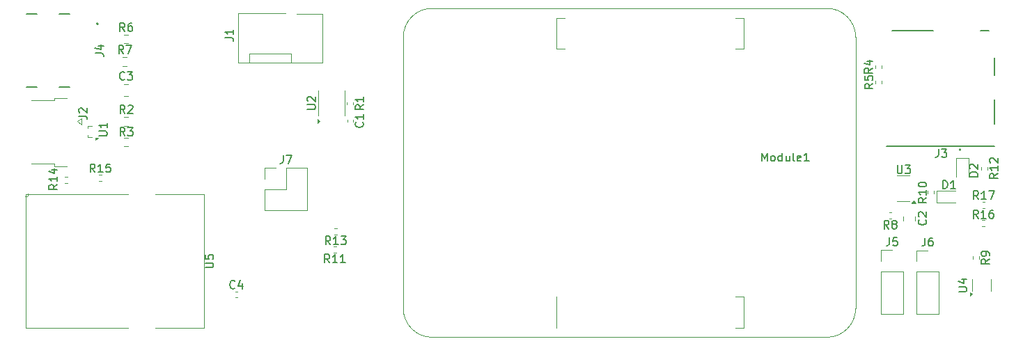
<source format=gbr>
%TF.GenerationSoftware,KiCad,Pcbnew,8.0.4*%
%TF.CreationDate,2024-11-24T01:25:27+11:00*%
%TF.ProjectId,cm4-bare-minimum,636d342d-6261-4726-952d-6d696e696d75,V0.1*%
%TF.SameCoordinates,Original*%
%TF.FileFunction,Legend,Top*%
%TF.FilePolarity,Positive*%
%FSLAX46Y46*%
G04 Gerber Fmt 4.6, Leading zero omitted, Abs format (unit mm)*
G04 Created by KiCad (PCBNEW 8.0.4) date 2024-11-24 01:25:27*
%MOMM*%
%LPD*%
G01*
G04 APERTURE LIST*
%ADD10C,0.150000*%
%ADD11C,0.120000*%
%ADD12C,0.200000*%
%ADD13C,0.127000*%
G04 APERTURE END LIST*
D10*
X77132142Y-80899819D02*
X76798809Y-80423628D01*
X76560714Y-80899819D02*
X76560714Y-79899819D01*
X76560714Y-79899819D02*
X76941666Y-79899819D01*
X76941666Y-79899819D02*
X77036904Y-79947438D01*
X77036904Y-79947438D02*
X77084523Y-79995057D01*
X77084523Y-79995057D02*
X77132142Y-80090295D01*
X77132142Y-80090295D02*
X77132142Y-80233152D01*
X77132142Y-80233152D02*
X77084523Y-80328390D01*
X77084523Y-80328390D02*
X77036904Y-80376009D01*
X77036904Y-80376009D02*
X76941666Y-80423628D01*
X76941666Y-80423628D02*
X76560714Y-80423628D01*
X78084523Y-80899819D02*
X77513095Y-80899819D01*
X77798809Y-80899819D02*
X77798809Y-79899819D01*
X77798809Y-79899819D02*
X77703571Y-80042676D01*
X77703571Y-80042676D02*
X77608333Y-80137914D01*
X77608333Y-80137914D02*
X77513095Y-80185533D01*
X79036904Y-80899819D02*
X78465476Y-80899819D01*
X78751190Y-80899819D02*
X78751190Y-79899819D01*
X78751190Y-79899819D02*
X78655952Y-80042676D01*
X78655952Y-80042676D02*
X78560714Y-80137914D01*
X78560714Y-80137914D02*
X78465476Y-80185533D01*
X81169580Y-63816666D02*
X81217200Y-63864285D01*
X81217200Y-63864285D02*
X81264819Y-64007142D01*
X81264819Y-64007142D02*
X81264819Y-64102380D01*
X81264819Y-64102380D02*
X81217200Y-64245237D01*
X81217200Y-64245237D02*
X81121961Y-64340475D01*
X81121961Y-64340475D02*
X81026723Y-64388094D01*
X81026723Y-64388094D02*
X80836247Y-64435713D01*
X80836247Y-64435713D02*
X80693390Y-64435713D01*
X80693390Y-64435713D02*
X80502914Y-64388094D01*
X80502914Y-64388094D02*
X80407676Y-64340475D01*
X80407676Y-64340475D02*
X80312438Y-64245237D01*
X80312438Y-64245237D02*
X80264819Y-64102380D01*
X80264819Y-64102380D02*
X80264819Y-64007142D01*
X80264819Y-64007142D02*
X80312438Y-63864285D01*
X80312438Y-63864285D02*
X80360057Y-63816666D01*
X81264819Y-62864285D02*
X81264819Y-63435713D01*
X81264819Y-63149999D02*
X80264819Y-63149999D01*
X80264819Y-63149999D02*
X80407676Y-63245237D01*
X80407676Y-63245237D02*
X80502914Y-63340475D01*
X80502914Y-63340475D02*
X80550533Y-63435713D01*
X52258333Y-62749819D02*
X51925000Y-62273628D01*
X51686905Y-62749819D02*
X51686905Y-61749819D01*
X51686905Y-61749819D02*
X52067857Y-61749819D01*
X52067857Y-61749819D02*
X52163095Y-61797438D01*
X52163095Y-61797438D02*
X52210714Y-61845057D01*
X52210714Y-61845057D02*
X52258333Y-61940295D01*
X52258333Y-61940295D02*
X52258333Y-62083152D01*
X52258333Y-62083152D02*
X52210714Y-62178390D01*
X52210714Y-62178390D02*
X52163095Y-62226009D01*
X52163095Y-62226009D02*
X52067857Y-62273628D01*
X52067857Y-62273628D02*
X51686905Y-62273628D01*
X52639286Y-61845057D02*
X52686905Y-61797438D01*
X52686905Y-61797438D02*
X52782143Y-61749819D01*
X52782143Y-61749819D02*
X53020238Y-61749819D01*
X53020238Y-61749819D02*
X53115476Y-61797438D01*
X53115476Y-61797438D02*
X53163095Y-61845057D01*
X53163095Y-61845057D02*
X53210714Y-61940295D01*
X53210714Y-61940295D02*
X53210714Y-62035533D01*
X53210714Y-62035533D02*
X53163095Y-62178390D01*
X53163095Y-62178390D02*
X52591667Y-62749819D01*
X52591667Y-62749819D02*
X53210714Y-62749819D01*
X52258333Y-65479819D02*
X51925000Y-65003628D01*
X51686905Y-65479819D02*
X51686905Y-64479819D01*
X51686905Y-64479819D02*
X52067857Y-64479819D01*
X52067857Y-64479819D02*
X52163095Y-64527438D01*
X52163095Y-64527438D02*
X52210714Y-64575057D01*
X52210714Y-64575057D02*
X52258333Y-64670295D01*
X52258333Y-64670295D02*
X52258333Y-64813152D01*
X52258333Y-64813152D02*
X52210714Y-64908390D01*
X52210714Y-64908390D02*
X52163095Y-64956009D01*
X52163095Y-64956009D02*
X52067857Y-65003628D01*
X52067857Y-65003628D02*
X51686905Y-65003628D01*
X52591667Y-64479819D02*
X53210714Y-64479819D01*
X53210714Y-64479819D02*
X52877381Y-64860771D01*
X52877381Y-64860771D02*
X53020238Y-64860771D01*
X53020238Y-64860771D02*
X53115476Y-64908390D01*
X53115476Y-64908390D02*
X53163095Y-64956009D01*
X53163095Y-64956009D02*
X53210714Y-65051247D01*
X53210714Y-65051247D02*
X53210714Y-65289342D01*
X53210714Y-65289342D02*
X53163095Y-65384580D01*
X53163095Y-65384580D02*
X53115476Y-65432200D01*
X53115476Y-65432200D02*
X53020238Y-65479819D01*
X53020238Y-65479819D02*
X52734524Y-65479819D01*
X52734524Y-65479819D02*
X52639286Y-65432200D01*
X52639286Y-65432200D02*
X52591667Y-65384580D01*
X156007142Y-73184819D02*
X155673809Y-72708628D01*
X155435714Y-73184819D02*
X155435714Y-72184819D01*
X155435714Y-72184819D02*
X155816666Y-72184819D01*
X155816666Y-72184819D02*
X155911904Y-72232438D01*
X155911904Y-72232438D02*
X155959523Y-72280057D01*
X155959523Y-72280057D02*
X156007142Y-72375295D01*
X156007142Y-72375295D02*
X156007142Y-72518152D01*
X156007142Y-72518152D02*
X155959523Y-72613390D01*
X155959523Y-72613390D02*
X155911904Y-72661009D01*
X155911904Y-72661009D02*
X155816666Y-72708628D01*
X155816666Y-72708628D02*
X155435714Y-72708628D01*
X156959523Y-73184819D02*
X156388095Y-73184819D01*
X156673809Y-73184819D02*
X156673809Y-72184819D01*
X156673809Y-72184819D02*
X156578571Y-72327676D01*
X156578571Y-72327676D02*
X156483333Y-72422914D01*
X156483333Y-72422914D02*
X156388095Y-72470533D01*
X157292857Y-72184819D02*
X157959523Y-72184819D01*
X157959523Y-72184819D02*
X157530952Y-73184819D01*
X65633333Y-83974580D02*
X65585714Y-84022200D01*
X65585714Y-84022200D02*
X65442857Y-84069819D01*
X65442857Y-84069819D02*
X65347619Y-84069819D01*
X65347619Y-84069819D02*
X65204762Y-84022200D01*
X65204762Y-84022200D02*
X65109524Y-83926961D01*
X65109524Y-83926961D02*
X65061905Y-83831723D01*
X65061905Y-83831723D02*
X65014286Y-83641247D01*
X65014286Y-83641247D02*
X65014286Y-83498390D01*
X65014286Y-83498390D02*
X65061905Y-83307914D01*
X65061905Y-83307914D02*
X65109524Y-83212676D01*
X65109524Y-83212676D02*
X65204762Y-83117438D01*
X65204762Y-83117438D02*
X65347619Y-83069819D01*
X65347619Y-83069819D02*
X65442857Y-83069819D01*
X65442857Y-83069819D02*
X65585714Y-83117438D01*
X65585714Y-83117438D02*
X65633333Y-83165057D01*
X66490476Y-83403152D02*
X66490476Y-84069819D01*
X66252381Y-83022200D02*
X66014286Y-83736485D01*
X66014286Y-83736485D02*
X66633333Y-83736485D01*
X155947319Y-70438094D02*
X154947319Y-70438094D01*
X154947319Y-70438094D02*
X154947319Y-70199999D01*
X154947319Y-70199999D02*
X154994938Y-70057142D01*
X154994938Y-70057142D02*
X155090176Y-69961904D01*
X155090176Y-69961904D02*
X155185414Y-69914285D01*
X155185414Y-69914285D02*
X155375890Y-69866666D01*
X155375890Y-69866666D02*
X155518747Y-69866666D01*
X155518747Y-69866666D02*
X155709223Y-69914285D01*
X155709223Y-69914285D02*
X155804461Y-69961904D01*
X155804461Y-69961904D02*
X155899700Y-70057142D01*
X155899700Y-70057142D02*
X155947319Y-70199999D01*
X155947319Y-70199999D02*
X155947319Y-70438094D01*
X155042557Y-69485713D02*
X154994938Y-69438094D01*
X154994938Y-69438094D02*
X154947319Y-69342856D01*
X154947319Y-69342856D02*
X154947319Y-69104761D01*
X154947319Y-69104761D02*
X154994938Y-69009523D01*
X154994938Y-69009523D02*
X155042557Y-68961904D01*
X155042557Y-68961904D02*
X155137795Y-68914285D01*
X155137795Y-68914285D02*
X155233033Y-68914285D01*
X155233033Y-68914285D02*
X155375890Y-68961904D01*
X155375890Y-68961904D02*
X155947319Y-69533332D01*
X155947319Y-69533332D02*
X155947319Y-68914285D01*
X143159819Y-57241666D02*
X142683628Y-57574999D01*
X143159819Y-57813094D02*
X142159819Y-57813094D01*
X142159819Y-57813094D02*
X142159819Y-57432142D01*
X142159819Y-57432142D02*
X142207438Y-57336904D01*
X142207438Y-57336904D02*
X142255057Y-57289285D01*
X142255057Y-57289285D02*
X142350295Y-57241666D01*
X142350295Y-57241666D02*
X142493152Y-57241666D01*
X142493152Y-57241666D02*
X142588390Y-57289285D01*
X142588390Y-57289285D02*
X142636009Y-57336904D01*
X142636009Y-57336904D02*
X142683628Y-57432142D01*
X142683628Y-57432142D02*
X142683628Y-57813094D01*
X142493152Y-56384523D02*
X143159819Y-56384523D01*
X142112200Y-56622618D02*
X142826485Y-56860713D01*
X142826485Y-56860713D02*
X142826485Y-56241666D01*
X52083333Y-55474819D02*
X51750000Y-54998628D01*
X51511905Y-55474819D02*
X51511905Y-54474819D01*
X51511905Y-54474819D02*
X51892857Y-54474819D01*
X51892857Y-54474819D02*
X51988095Y-54522438D01*
X51988095Y-54522438D02*
X52035714Y-54570057D01*
X52035714Y-54570057D02*
X52083333Y-54665295D01*
X52083333Y-54665295D02*
X52083333Y-54808152D01*
X52083333Y-54808152D02*
X52035714Y-54903390D01*
X52035714Y-54903390D02*
X51988095Y-54951009D01*
X51988095Y-54951009D02*
X51892857Y-54998628D01*
X51892857Y-54998628D02*
X51511905Y-54998628D01*
X52416667Y-54474819D02*
X53083333Y-54474819D01*
X53083333Y-54474819D02*
X52654762Y-55474819D01*
X62012319Y-81496904D02*
X62821842Y-81496904D01*
X62821842Y-81496904D02*
X62917080Y-81449285D01*
X62917080Y-81449285D02*
X62964700Y-81401666D01*
X62964700Y-81401666D02*
X63012319Y-81306428D01*
X63012319Y-81306428D02*
X63012319Y-81115952D01*
X63012319Y-81115952D02*
X62964700Y-81020714D01*
X62964700Y-81020714D02*
X62917080Y-80973095D01*
X62917080Y-80973095D02*
X62821842Y-80925476D01*
X62821842Y-80925476D02*
X62012319Y-80925476D01*
X62012319Y-79973095D02*
X62012319Y-80449285D01*
X62012319Y-80449285D02*
X62488509Y-80496904D01*
X62488509Y-80496904D02*
X62440890Y-80449285D01*
X62440890Y-80449285D02*
X62393271Y-80354047D01*
X62393271Y-80354047D02*
X62393271Y-80115952D01*
X62393271Y-80115952D02*
X62440890Y-80020714D01*
X62440890Y-80020714D02*
X62488509Y-79973095D01*
X62488509Y-79973095D02*
X62583747Y-79925476D01*
X62583747Y-79925476D02*
X62821842Y-79925476D01*
X62821842Y-79925476D02*
X62917080Y-79973095D01*
X62917080Y-79973095D02*
X62964700Y-80020714D01*
X62964700Y-80020714D02*
X63012319Y-80115952D01*
X63012319Y-80115952D02*
X63012319Y-80354047D01*
X63012319Y-80354047D02*
X62964700Y-80449285D01*
X62964700Y-80449285D02*
X62917080Y-80496904D01*
X48607142Y-69909819D02*
X48273809Y-69433628D01*
X48035714Y-69909819D02*
X48035714Y-68909819D01*
X48035714Y-68909819D02*
X48416666Y-68909819D01*
X48416666Y-68909819D02*
X48511904Y-68957438D01*
X48511904Y-68957438D02*
X48559523Y-69005057D01*
X48559523Y-69005057D02*
X48607142Y-69100295D01*
X48607142Y-69100295D02*
X48607142Y-69243152D01*
X48607142Y-69243152D02*
X48559523Y-69338390D01*
X48559523Y-69338390D02*
X48511904Y-69386009D01*
X48511904Y-69386009D02*
X48416666Y-69433628D01*
X48416666Y-69433628D02*
X48035714Y-69433628D01*
X49559523Y-69909819D02*
X48988095Y-69909819D01*
X49273809Y-69909819D02*
X49273809Y-68909819D01*
X49273809Y-68909819D02*
X49178571Y-69052676D01*
X49178571Y-69052676D02*
X49083333Y-69147914D01*
X49083333Y-69147914D02*
X48988095Y-69195533D01*
X50464285Y-68909819D02*
X49988095Y-68909819D01*
X49988095Y-68909819D02*
X49940476Y-69386009D01*
X49940476Y-69386009D02*
X49988095Y-69338390D01*
X49988095Y-69338390D02*
X50083333Y-69290771D01*
X50083333Y-69290771D02*
X50321428Y-69290771D01*
X50321428Y-69290771D02*
X50416666Y-69338390D01*
X50416666Y-69338390D02*
X50464285Y-69386009D01*
X50464285Y-69386009D02*
X50511904Y-69481247D01*
X50511904Y-69481247D02*
X50511904Y-69719342D01*
X50511904Y-69719342D02*
X50464285Y-69814580D01*
X50464285Y-69814580D02*
X50416666Y-69862200D01*
X50416666Y-69862200D02*
X50321428Y-69909819D01*
X50321428Y-69909819D02*
X50083333Y-69909819D01*
X50083333Y-69909819D02*
X49988095Y-69862200D01*
X49988095Y-69862200D02*
X49940476Y-69814580D01*
X81274819Y-61691666D02*
X80798628Y-62024999D01*
X81274819Y-62263094D02*
X80274819Y-62263094D01*
X80274819Y-62263094D02*
X80274819Y-61882142D01*
X80274819Y-61882142D02*
X80322438Y-61786904D01*
X80322438Y-61786904D02*
X80370057Y-61739285D01*
X80370057Y-61739285D02*
X80465295Y-61691666D01*
X80465295Y-61691666D02*
X80608152Y-61691666D01*
X80608152Y-61691666D02*
X80703390Y-61739285D01*
X80703390Y-61739285D02*
X80751009Y-61786904D01*
X80751009Y-61786904D02*
X80798628Y-61882142D01*
X80798628Y-61882142D02*
X80798628Y-62263094D01*
X81274819Y-60739285D02*
X81274819Y-61310713D01*
X81274819Y-61024999D02*
X80274819Y-61024999D01*
X80274819Y-61024999D02*
X80417676Y-61120237D01*
X80417676Y-61120237D02*
X80512914Y-61215475D01*
X80512914Y-61215475D02*
X80560533Y-61310713D01*
X151699405Y-71899819D02*
X151699405Y-70899819D01*
X151699405Y-70899819D02*
X151937500Y-70899819D01*
X151937500Y-70899819D02*
X152080357Y-70947438D01*
X152080357Y-70947438D02*
X152175595Y-71042676D01*
X152175595Y-71042676D02*
X152223214Y-71137914D01*
X152223214Y-71137914D02*
X152270833Y-71328390D01*
X152270833Y-71328390D02*
X152270833Y-71471247D01*
X152270833Y-71471247D02*
X152223214Y-71661723D01*
X152223214Y-71661723D02*
X152175595Y-71756961D01*
X152175595Y-71756961D02*
X152080357Y-71852200D01*
X152080357Y-71852200D02*
X151937500Y-71899819D01*
X151937500Y-71899819D02*
X151699405Y-71899819D01*
X153223214Y-71899819D02*
X152651786Y-71899819D01*
X152937500Y-71899819D02*
X152937500Y-70899819D01*
X152937500Y-70899819D02*
X152842262Y-71042676D01*
X152842262Y-71042676D02*
X152747024Y-71137914D01*
X152747024Y-71137914D02*
X152651786Y-71185533D01*
X157374819Y-80466666D02*
X156898628Y-80799999D01*
X157374819Y-81038094D02*
X156374819Y-81038094D01*
X156374819Y-81038094D02*
X156374819Y-80657142D01*
X156374819Y-80657142D02*
X156422438Y-80561904D01*
X156422438Y-80561904D02*
X156470057Y-80514285D01*
X156470057Y-80514285D02*
X156565295Y-80466666D01*
X156565295Y-80466666D02*
X156708152Y-80466666D01*
X156708152Y-80466666D02*
X156803390Y-80514285D01*
X156803390Y-80514285D02*
X156851009Y-80561904D01*
X156851009Y-80561904D02*
X156898628Y-80657142D01*
X156898628Y-80657142D02*
X156898628Y-81038094D01*
X157374819Y-79990475D02*
X157374819Y-79799999D01*
X157374819Y-79799999D02*
X157327200Y-79704761D01*
X157327200Y-79704761D02*
X157279580Y-79657142D01*
X157279580Y-79657142D02*
X157136723Y-79561904D01*
X157136723Y-79561904D02*
X156946247Y-79514285D01*
X156946247Y-79514285D02*
X156565295Y-79514285D01*
X156565295Y-79514285D02*
X156470057Y-79561904D01*
X156470057Y-79561904D02*
X156422438Y-79609523D01*
X156422438Y-79609523D02*
X156374819Y-79704761D01*
X156374819Y-79704761D02*
X156374819Y-79895237D01*
X156374819Y-79895237D02*
X156422438Y-79990475D01*
X156422438Y-79990475D02*
X156470057Y-80038094D01*
X156470057Y-80038094D02*
X156565295Y-80085713D01*
X156565295Y-80085713D02*
X156803390Y-80085713D01*
X156803390Y-80085713D02*
X156898628Y-80038094D01*
X156898628Y-80038094D02*
X156946247Y-79990475D01*
X156946247Y-79990475D02*
X156993866Y-79895237D01*
X156993866Y-79895237D02*
X156993866Y-79704761D01*
X156993866Y-79704761D02*
X156946247Y-79609523D01*
X156946247Y-79609523D02*
X156898628Y-79561904D01*
X156898628Y-79561904D02*
X156803390Y-79514285D01*
X145133333Y-76774819D02*
X144800000Y-76298628D01*
X144561905Y-76774819D02*
X144561905Y-75774819D01*
X144561905Y-75774819D02*
X144942857Y-75774819D01*
X144942857Y-75774819D02*
X145038095Y-75822438D01*
X145038095Y-75822438D02*
X145085714Y-75870057D01*
X145085714Y-75870057D02*
X145133333Y-75965295D01*
X145133333Y-75965295D02*
X145133333Y-76108152D01*
X145133333Y-76108152D02*
X145085714Y-76203390D01*
X145085714Y-76203390D02*
X145038095Y-76251009D01*
X145038095Y-76251009D02*
X144942857Y-76298628D01*
X144942857Y-76298628D02*
X144561905Y-76298628D01*
X145704762Y-76203390D02*
X145609524Y-76155771D01*
X145609524Y-76155771D02*
X145561905Y-76108152D01*
X145561905Y-76108152D02*
X145514286Y-76012914D01*
X145514286Y-76012914D02*
X145514286Y-75965295D01*
X145514286Y-75965295D02*
X145561905Y-75870057D01*
X145561905Y-75870057D02*
X145609524Y-75822438D01*
X145609524Y-75822438D02*
X145704762Y-75774819D01*
X145704762Y-75774819D02*
X145895238Y-75774819D01*
X145895238Y-75774819D02*
X145990476Y-75822438D01*
X145990476Y-75822438D02*
X146038095Y-75870057D01*
X146038095Y-75870057D02*
X146085714Y-75965295D01*
X146085714Y-75965295D02*
X146085714Y-76012914D01*
X146085714Y-76012914D02*
X146038095Y-76108152D01*
X146038095Y-76108152D02*
X145990476Y-76155771D01*
X145990476Y-76155771D02*
X145895238Y-76203390D01*
X145895238Y-76203390D02*
X145704762Y-76203390D01*
X145704762Y-76203390D02*
X145609524Y-76251009D01*
X145609524Y-76251009D02*
X145561905Y-76298628D01*
X145561905Y-76298628D02*
X145514286Y-76393866D01*
X145514286Y-76393866D02*
X145514286Y-76584342D01*
X145514286Y-76584342D02*
X145561905Y-76679580D01*
X145561905Y-76679580D02*
X145609524Y-76727200D01*
X145609524Y-76727200D02*
X145704762Y-76774819D01*
X145704762Y-76774819D02*
X145895238Y-76774819D01*
X145895238Y-76774819D02*
X145990476Y-76727200D01*
X145990476Y-76727200D02*
X146038095Y-76679580D01*
X146038095Y-76679580D02*
X146085714Y-76584342D01*
X146085714Y-76584342D02*
X146085714Y-76393866D01*
X146085714Y-76393866D02*
X146038095Y-76298628D01*
X146038095Y-76298628D02*
X145990476Y-76251009D01*
X145990476Y-76251009D02*
X145895238Y-76203390D01*
X64454819Y-53558333D02*
X65169104Y-53558333D01*
X65169104Y-53558333D02*
X65311961Y-53605952D01*
X65311961Y-53605952D02*
X65407200Y-53701190D01*
X65407200Y-53701190D02*
X65454819Y-53844047D01*
X65454819Y-53844047D02*
X65454819Y-53939285D01*
X65454819Y-52558333D02*
X65454819Y-53129761D01*
X65454819Y-52844047D02*
X64454819Y-52844047D01*
X64454819Y-52844047D02*
X64597676Y-52939285D01*
X64597676Y-52939285D02*
X64692914Y-53034523D01*
X64692914Y-53034523D02*
X64740533Y-53129761D01*
X145191666Y-77849819D02*
X145191666Y-78564104D01*
X145191666Y-78564104D02*
X145144047Y-78706961D01*
X145144047Y-78706961D02*
X145048809Y-78802200D01*
X145048809Y-78802200D02*
X144905952Y-78849819D01*
X144905952Y-78849819D02*
X144810714Y-78849819D01*
X146144047Y-77849819D02*
X145667857Y-77849819D01*
X145667857Y-77849819D02*
X145620238Y-78326009D01*
X145620238Y-78326009D02*
X145667857Y-78278390D01*
X145667857Y-78278390D02*
X145763095Y-78230771D01*
X145763095Y-78230771D02*
X146001190Y-78230771D01*
X146001190Y-78230771D02*
X146096428Y-78278390D01*
X146096428Y-78278390D02*
X146144047Y-78326009D01*
X146144047Y-78326009D02*
X146191666Y-78421247D01*
X146191666Y-78421247D02*
X146191666Y-78659342D01*
X146191666Y-78659342D02*
X146144047Y-78754580D01*
X146144047Y-78754580D02*
X146096428Y-78802200D01*
X146096428Y-78802200D02*
X146001190Y-78849819D01*
X146001190Y-78849819D02*
X145763095Y-78849819D01*
X145763095Y-78849819D02*
X145667857Y-78802200D01*
X145667857Y-78802200D02*
X145620238Y-78754580D01*
X153617319Y-84411904D02*
X154426842Y-84411904D01*
X154426842Y-84411904D02*
X154522080Y-84364285D01*
X154522080Y-84364285D02*
X154569700Y-84316666D01*
X154569700Y-84316666D02*
X154617319Y-84221428D01*
X154617319Y-84221428D02*
X154617319Y-84030952D01*
X154617319Y-84030952D02*
X154569700Y-83935714D01*
X154569700Y-83935714D02*
X154522080Y-83888095D01*
X154522080Y-83888095D02*
X154426842Y-83840476D01*
X154426842Y-83840476D02*
X153617319Y-83840476D01*
X153950652Y-82935714D02*
X154617319Y-82935714D01*
X153569700Y-83173809D02*
X154283985Y-83411904D01*
X154283985Y-83411904D02*
X154283985Y-82792857D01*
X52233333Y-52749819D02*
X51900000Y-52273628D01*
X51661905Y-52749819D02*
X51661905Y-51749819D01*
X51661905Y-51749819D02*
X52042857Y-51749819D01*
X52042857Y-51749819D02*
X52138095Y-51797438D01*
X52138095Y-51797438D02*
X52185714Y-51845057D01*
X52185714Y-51845057D02*
X52233333Y-51940295D01*
X52233333Y-51940295D02*
X52233333Y-52083152D01*
X52233333Y-52083152D02*
X52185714Y-52178390D01*
X52185714Y-52178390D02*
X52138095Y-52226009D01*
X52138095Y-52226009D02*
X52042857Y-52273628D01*
X52042857Y-52273628D02*
X51661905Y-52273628D01*
X53090476Y-51749819D02*
X52900000Y-51749819D01*
X52900000Y-51749819D02*
X52804762Y-51797438D01*
X52804762Y-51797438D02*
X52757143Y-51845057D01*
X52757143Y-51845057D02*
X52661905Y-51987914D01*
X52661905Y-51987914D02*
X52614286Y-52178390D01*
X52614286Y-52178390D02*
X52614286Y-52559342D01*
X52614286Y-52559342D02*
X52661905Y-52654580D01*
X52661905Y-52654580D02*
X52709524Y-52702200D01*
X52709524Y-52702200D02*
X52804762Y-52749819D01*
X52804762Y-52749819D02*
X52995238Y-52749819D01*
X52995238Y-52749819D02*
X53090476Y-52702200D01*
X53090476Y-52702200D02*
X53138095Y-52654580D01*
X53138095Y-52654580D02*
X53185714Y-52559342D01*
X53185714Y-52559342D02*
X53185714Y-52321247D01*
X53185714Y-52321247D02*
X53138095Y-52226009D01*
X53138095Y-52226009D02*
X53090476Y-52178390D01*
X53090476Y-52178390D02*
X52995238Y-52130771D01*
X52995238Y-52130771D02*
X52804762Y-52130771D01*
X52804762Y-52130771D02*
X52709524Y-52178390D01*
X52709524Y-52178390D02*
X52661905Y-52226009D01*
X52661905Y-52226009D02*
X52614286Y-52321247D01*
X74404819Y-62261904D02*
X75214342Y-62261904D01*
X75214342Y-62261904D02*
X75309580Y-62214285D01*
X75309580Y-62214285D02*
X75357200Y-62166666D01*
X75357200Y-62166666D02*
X75404819Y-62071428D01*
X75404819Y-62071428D02*
X75404819Y-61880952D01*
X75404819Y-61880952D02*
X75357200Y-61785714D01*
X75357200Y-61785714D02*
X75309580Y-61738095D01*
X75309580Y-61738095D02*
X75214342Y-61690476D01*
X75214342Y-61690476D02*
X74404819Y-61690476D01*
X74500057Y-61261904D02*
X74452438Y-61214285D01*
X74452438Y-61214285D02*
X74404819Y-61119047D01*
X74404819Y-61119047D02*
X74404819Y-60880952D01*
X74404819Y-60880952D02*
X74452438Y-60785714D01*
X74452438Y-60785714D02*
X74500057Y-60738095D01*
X74500057Y-60738095D02*
X74595295Y-60690476D01*
X74595295Y-60690476D02*
X74690533Y-60690476D01*
X74690533Y-60690476D02*
X74833390Y-60738095D01*
X74833390Y-60738095D02*
X75404819Y-61309523D01*
X75404819Y-61309523D02*
X75404819Y-60690476D01*
X48654819Y-55433333D02*
X49369104Y-55433333D01*
X49369104Y-55433333D02*
X49511961Y-55480952D01*
X49511961Y-55480952D02*
X49607200Y-55576190D01*
X49607200Y-55576190D02*
X49654819Y-55719047D01*
X49654819Y-55719047D02*
X49654819Y-55814285D01*
X48988152Y-54528571D02*
X49654819Y-54528571D01*
X48607200Y-54766666D02*
X49321485Y-55004761D01*
X49321485Y-55004761D02*
X49321485Y-54385714D01*
X155982142Y-75504819D02*
X155648809Y-75028628D01*
X155410714Y-75504819D02*
X155410714Y-74504819D01*
X155410714Y-74504819D02*
X155791666Y-74504819D01*
X155791666Y-74504819D02*
X155886904Y-74552438D01*
X155886904Y-74552438D02*
X155934523Y-74600057D01*
X155934523Y-74600057D02*
X155982142Y-74695295D01*
X155982142Y-74695295D02*
X155982142Y-74838152D01*
X155982142Y-74838152D02*
X155934523Y-74933390D01*
X155934523Y-74933390D02*
X155886904Y-74981009D01*
X155886904Y-74981009D02*
X155791666Y-75028628D01*
X155791666Y-75028628D02*
X155410714Y-75028628D01*
X156934523Y-75504819D02*
X156363095Y-75504819D01*
X156648809Y-75504819D02*
X156648809Y-74504819D01*
X156648809Y-74504819D02*
X156553571Y-74647676D01*
X156553571Y-74647676D02*
X156458333Y-74742914D01*
X156458333Y-74742914D02*
X156363095Y-74790533D01*
X157791666Y-74504819D02*
X157601190Y-74504819D01*
X157601190Y-74504819D02*
X157505952Y-74552438D01*
X157505952Y-74552438D02*
X157458333Y-74600057D01*
X157458333Y-74600057D02*
X157363095Y-74742914D01*
X157363095Y-74742914D02*
X157315476Y-74933390D01*
X157315476Y-74933390D02*
X157315476Y-75314342D01*
X157315476Y-75314342D02*
X157363095Y-75409580D01*
X157363095Y-75409580D02*
X157410714Y-75457200D01*
X157410714Y-75457200D02*
X157505952Y-75504819D01*
X157505952Y-75504819D02*
X157696428Y-75504819D01*
X157696428Y-75504819D02*
X157791666Y-75457200D01*
X157791666Y-75457200D02*
X157839285Y-75409580D01*
X157839285Y-75409580D02*
X157886904Y-75314342D01*
X157886904Y-75314342D02*
X157886904Y-75076247D01*
X157886904Y-75076247D02*
X157839285Y-74981009D01*
X157839285Y-74981009D02*
X157791666Y-74933390D01*
X157791666Y-74933390D02*
X157696428Y-74885771D01*
X157696428Y-74885771D02*
X157505952Y-74885771D01*
X157505952Y-74885771D02*
X157410714Y-74933390D01*
X157410714Y-74933390D02*
X157363095Y-74981009D01*
X157363095Y-74981009D02*
X157315476Y-75076247D01*
X151166438Y-67079451D02*
X151166438Y-67794226D01*
X151166438Y-67794226D02*
X151118786Y-67937181D01*
X151118786Y-67937181D02*
X151023483Y-68032485D01*
X151023483Y-68032485D02*
X150880528Y-68080136D01*
X150880528Y-68080136D02*
X150785225Y-68080136D01*
X151547652Y-67079451D02*
X152167123Y-67079451D01*
X152167123Y-67079451D02*
X151833562Y-67460665D01*
X151833562Y-67460665D02*
X151976517Y-67460665D01*
X151976517Y-67460665D02*
X152071820Y-67508316D01*
X152071820Y-67508316D02*
X152119472Y-67555968D01*
X152119472Y-67555968D02*
X152167123Y-67651271D01*
X152167123Y-67651271D02*
X152167123Y-67889530D01*
X152167123Y-67889530D02*
X152119472Y-67984833D01*
X152119472Y-67984833D02*
X152071820Y-68032485D01*
X152071820Y-68032485D02*
X151976517Y-68080136D01*
X151976517Y-68080136D02*
X151690607Y-68080136D01*
X151690607Y-68080136D02*
X151595303Y-68032485D01*
X151595303Y-68032485D02*
X151547652Y-67984833D01*
X52208333Y-58579580D02*
X52160714Y-58627200D01*
X52160714Y-58627200D02*
X52017857Y-58674819D01*
X52017857Y-58674819D02*
X51922619Y-58674819D01*
X51922619Y-58674819D02*
X51779762Y-58627200D01*
X51779762Y-58627200D02*
X51684524Y-58531961D01*
X51684524Y-58531961D02*
X51636905Y-58436723D01*
X51636905Y-58436723D02*
X51589286Y-58246247D01*
X51589286Y-58246247D02*
X51589286Y-58103390D01*
X51589286Y-58103390D02*
X51636905Y-57912914D01*
X51636905Y-57912914D02*
X51684524Y-57817676D01*
X51684524Y-57817676D02*
X51779762Y-57722438D01*
X51779762Y-57722438D02*
X51922619Y-57674819D01*
X51922619Y-57674819D02*
X52017857Y-57674819D01*
X52017857Y-57674819D02*
X52160714Y-57722438D01*
X52160714Y-57722438D02*
X52208333Y-57770057D01*
X52541667Y-57674819D02*
X53160714Y-57674819D01*
X53160714Y-57674819D02*
X52827381Y-58055771D01*
X52827381Y-58055771D02*
X52970238Y-58055771D01*
X52970238Y-58055771D02*
X53065476Y-58103390D01*
X53065476Y-58103390D02*
X53113095Y-58151009D01*
X53113095Y-58151009D02*
X53160714Y-58246247D01*
X53160714Y-58246247D02*
X53160714Y-58484342D01*
X53160714Y-58484342D02*
X53113095Y-58579580D01*
X53113095Y-58579580D02*
X53065476Y-58627200D01*
X53065476Y-58627200D02*
X52970238Y-58674819D01*
X52970238Y-58674819D02*
X52684524Y-58674819D01*
X52684524Y-58674819D02*
X52589286Y-58627200D01*
X52589286Y-58627200D02*
X52541667Y-58579580D01*
X149704819Y-73017857D02*
X149228628Y-73351190D01*
X149704819Y-73589285D02*
X148704819Y-73589285D01*
X148704819Y-73589285D02*
X148704819Y-73208333D01*
X148704819Y-73208333D02*
X148752438Y-73113095D01*
X148752438Y-73113095D02*
X148800057Y-73065476D01*
X148800057Y-73065476D02*
X148895295Y-73017857D01*
X148895295Y-73017857D02*
X149038152Y-73017857D01*
X149038152Y-73017857D02*
X149133390Y-73065476D01*
X149133390Y-73065476D02*
X149181009Y-73113095D01*
X149181009Y-73113095D02*
X149228628Y-73208333D01*
X149228628Y-73208333D02*
X149228628Y-73589285D01*
X149704819Y-72065476D02*
X149704819Y-72636904D01*
X149704819Y-72351190D02*
X148704819Y-72351190D01*
X148704819Y-72351190D02*
X148847676Y-72446428D01*
X148847676Y-72446428D02*
X148942914Y-72541666D01*
X148942914Y-72541666D02*
X148990533Y-72636904D01*
X148704819Y-71446428D02*
X148704819Y-71351190D01*
X148704819Y-71351190D02*
X148752438Y-71255952D01*
X148752438Y-71255952D02*
X148800057Y-71208333D01*
X148800057Y-71208333D02*
X148895295Y-71160714D01*
X148895295Y-71160714D02*
X149085771Y-71113095D01*
X149085771Y-71113095D02*
X149323866Y-71113095D01*
X149323866Y-71113095D02*
X149514342Y-71160714D01*
X149514342Y-71160714D02*
X149609580Y-71208333D01*
X149609580Y-71208333D02*
X149657200Y-71255952D01*
X149657200Y-71255952D02*
X149704819Y-71351190D01*
X149704819Y-71351190D02*
X149704819Y-71446428D01*
X149704819Y-71446428D02*
X149657200Y-71541666D01*
X149657200Y-71541666D02*
X149609580Y-71589285D01*
X149609580Y-71589285D02*
X149514342Y-71636904D01*
X149514342Y-71636904D02*
X149323866Y-71684523D01*
X149323866Y-71684523D02*
X149085771Y-71684523D01*
X149085771Y-71684523D02*
X148895295Y-71636904D01*
X148895295Y-71636904D02*
X148800057Y-71589285D01*
X148800057Y-71589285D02*
X148752438Y-71541666D01*
X148752438Y-71541666D02*
X148704819Y-71446428D01*
X158387319Y-70067857D02*
X157911128Y-70401190D01*
X158387319Y-70639285D02*
X157387319Y-70639285D01*
X157387319Y-70639285D02*
X157387319Y-70258333D01*
X157387319Y-70258333D02*
X157434938Y-70163095D01*
X157434938Y-70163095D02*
X157482557Y-70115476D01*
X157482557Y-70115476D02*
X157577795Y-70067857D01*
X157577795Y-70067857D02*
X157720652Y-70067857D01*
X157720652Y-70067857D02*
X157815890Y-70115476D01*
X157815890Y-70115476D02*
X157863509Y-70163095D01*
X157863509Y-70163095D02*
X157911128Y-70258333D01*
X157911128Y-70258333D02*
X157911128Y-70639285D01*
X158387319Y-69115476D02*
X158387319Y-69686904D01*
X158387319Y-69401190D02*
X157387319Y-69401190D01*
X157387319Y-69401190D02*
X157530176Y-69496428D01*
X157530176Y-69496428D02*
X157625414Y-69591666D01*
X157625414Y-69591666D02*
X157673033Y-69686904D01*
X157482557Y-68734523D02*
X157434938Y-68686904D01*
X157434938Y-68686904D02*
X157387319Y-68591666D01*
X157387319Y-68591666D02*
X157387319Y-68353571D01*
X157387319Y-68353571D02*
X157434938Y-68258333D01*
X157434938Y-68258333D02*
X157482557Y-68210714D01*
X157482557Y-68210714D02*
X157577795Y-68163095D01*
X157577795Y-68163095D02*
X157673033Y-68163095D01*
X157673033Y-68163095D02*
X157815890Y-68210714D01*
X157815890Y-68210714D02*
X158387319Y-68782142D01*
X158387319Y-68782142D02*
X158387319Y-68163095D01*
X146163095Y-69054819D02*
X146163095Y-69864342D01*
X146163095Y-69864342D02*
X146210714Y-69959580D01*
X146210714Y-69959580D02*
X146258333Y-70007200D01*
X146258333Y-70007200D02*
X146353571Y-70054819D01*
X146353571Y-70054819D02*
X146544047Y-70054819D01*
X146544047Y-70054819D02*
X146639285Y-70007200D01*
X146639285Y-70007200D02*
X146686904Y-69959580D01*
X146686904Y-69959580D02*
X146734523Y-69864342D01*
X146734523Y-69864342D02*
X146734523Y-69054819D01*
X147115476Y-69054819D02*
X147734523Y-69054819D01*
X147734523Y-69054819D02*
X147401190Y-69435771D01*
X147401190Y-69435771D02*
X147544047Y-69435771D01*
X147544047Y-69435771D02*
X147639285Y-69483390D01*
X147639285Y-69483390D02*
X147686904Y-69531009D01*
X147686904Y-69531009D02*
X147734523Y-69626247D01*
X147734523Y-69626247D02*
X147734523Y-69864342D01*
X147734523Y-69864342D02*
X147686904Y-69959580D01*
X147686904Y-69959580D02*
X147639285Y-70007200D01*
X147639285Y-70007200D02*
X147544047Y-70054819D01*
X147544047Y-70054819D02*
X147258333Y-70054819D01*
X147258333Y-70054819D02*
X147163095Y-70007200D01*
X147163095Y-70007200D02*
X147115476Y-69959580D01*
X71511666Y-67824819D02*
X71511666Y-68539104D01*
X71511666Y-68539104D02*
X71464047Y-68681961D01*
X71464047Y-68681961D02*
X71368809Y-68777200D01*
X71368809Y-68777200D02*
X71225952Y-68824819D01*
X71225952Y-68824819D02*
X71130714Y-68824819D01*
X71892619Y-67824819D02*
X72559285Y-67824819D01*
X72559285Y-67824819D02*
X72130714Y-68824819D01*
X129662857Y-68549819D02*
X129662857Y-67549819D01*
X129662857Y-67549819D02*
X129996190Y-68264104D01*
X129996190Y-68264104D02*
X130329523Y-67549819D01*
X130329523Y-67549819D02*
X130329523Y-68549819D01*
X130948571Y-68549819D02*
X130853333Y-68502200D01*
X130853333Y-68502200D02*
X130805714Y-68454580D01*
X130805714Y-68454580D02*
X130758095Y-68359342D01*
X130758095Y-68359342D02*
X130758095Y-68073628D01*
X130758095Y-68073628D02*
X130805714Y-67978390D01*
X130805714Y-67978390D02*
X130853333Y-67930771D01*
X130853333Y-67930771D02*
X130948571Y-67883152D01*
X130948571Y-67883152D02*
X131091428Y-67883152D01*
X131091428Y-67883152D02*
X131186666Y-67930771D01*
X131186666Y-67930771D02*
X131234285Y-67978390D01*
X131234285Y-67978390D02*
X131281904Y-68073628D01*
X131281904Y-68073628D02*
X131281904Y-68359342D01*
X131281904Y-68359342D02*
X131234285Y-68454580D01*
X131234285Y-68454580D02*
X131186666Y-68502200D01*
X131186666Y-68502200D02*
X131091428Y-68549819D01*
X131091428Y-68549819D02*
X130948571Y-68549819D01*
X132139047Y-68549819D02*
X132139047Y-67549819D01*
X132139047Y-68502200D02*
X132043809Y-68549819D01*
X132043809Y-68549819D02*
X131853333Y-68549819D01*
X131853333Y-68549819D02*
X131758095Y-68502200D01*
X131758095Y-68502200D02*
X131710476Y-68454580D01*
X131710476Y-68454580D02*
X131662857Y-68359342D01*
X131662857Y-68359342D02*
X131662857Y-68073628D01*
X131662857Y-68073628D02*
X131710476Y-67978390D01*
X131710476Y-67978390D02*
X131758095Y-67930771D01*
X131758095Y-67930771D02*
X131853333Y-67883152D01*
X131853333Y-67883152D02*
X132043809Y-67883152D01*
X132043809Y-67883152D02*
X132139047Y-67930771D01*
X133043809Y-67883152D02*
X133043809Y-68549819D01*
X132615238Y-67883152D02*
X132615238Y-68406961D01*
X132615238Y-68406961D02*
X132662857Y-68502200D01*
X132662857Y-68502200D02*
X132758095Y-68549819D01*
X132758095Y-68549819D02*
X132900952Y-68549819D01*
X132900952Y-68549819D02*
X132996190Y-68502200D01*
X132996190Y-68502200D02*
X133043809Y-68454580D01*
X133662857Y-68549819D02*
X133567619Y-68502200D01*
X133567619Y-68502200D02*
X133520000Y-68406961D01*
X133520000Y-68406961D02*
X133520000Y-67549819D01*
X134424762Y-68502200D02*
X134329524Y-68549819D01*
X134329524Y-68549819D02*
X134139048Y-68549819D01*
X134139048Y-68549819D02*
X134043810Y-68502200D01*
X134043810Y-68502200D02*
X133996191Y-68406961D01*
X133996191Y-68406961D02*
X133996191Y-68026009D01*
X133996191Y-68026009D02*
X134043810Y-67930771D01*
X134043810Y-67930771D02*
X134139048Y-67883152D01*
X134139048Y-67883152D02*
X134329524Y-67883152D01*
X134329524Y-67883152D02*
X134424762Y-67930771D01*
X134424762Y-67930771D02*
X134472381Y-68026009D01*
X134472381Y-68026009D02*
X134472381Y-68121247D01*
X134472381Y-68121247D02*
X133996191Y-68216485D01*
X135424762Y-68549819D02*
X134853334Y-68549819D01*
X135139048Y-68549819D02*
X135139048Y-67549819D01*
X135139048Y-67549819D02*
X135043810Y-67692676D01*
X135043810Y-67692676D02*
X134948572Y-67787914D01*
X134948572Y-67787914D02*
X134853334Y-67835533D01*
X143184819Y-59116666D02*
X142708628Y-59449999D01*
X143184819Y-59688094D02*
X142184819Y-59688094D01*
X142184819Y-59688094D02*
X142184819Y-59307142D01*
X142184819Y-59307142D02*
X142232438Y-59211904D01*
X142232438Y-59211904D02*
X142280057Y-59164285D01*
X142280057Y-59164285D02*
X142375295Y-59116666D01*
X142375295Y-59116666D02*
X142518152Y-59116666D01*
X142518152Y-59116666D02*
X142613390Y-59164285D01*
X142613390Y-59164285D02*
X142661009Y-59211904D01*
X142661009Y-59211904D02*
X142708628Y-59307142D01*
X142708628Y-59307142D02*
X142708628Y-59688094D01*
X142184819Y-58211904D02*
X142184819Y-58688094D01*
X142184819Y-58688094D02*
X142661009Y-58735713D01*
X142661009Y-58735713D02*
X142613390Y-58688094D01*
X142613390Y-58688094D02*
X142565771Y-58592856D01*
X142565771Y-58592856D02*
X142565771Y-58354761D01*
X142565771Y-58354761D02*
X142613390Y-58259523D01*
X142613390Y-58259523D02*
X142661009Y-58211904D01*
X142661009Y-58211904D02*
X142756247Y-58164285D01*
X142756247Y-58164285D02*
X142994342Y-58164285D01*
X142994342Y-58164285D02*
X143089580Y-58211904D01*
X143089580Y-58211904D02*
X143137200Y-58259523D01*
X143137200Y-58259523D02*
X143184819Y-58354761D01*
X143184819Y-58354761D02*
X143184819Y-58592856D01*
X143184819Y-58592856D02*
X143137200Y-58688094D01*
X143137200Y-58688094D02*
X143089580Y-58735713D01*
X149614580Y-75691666D02*
X149662200Y-75739285D01*
X149662200Y-75739285D02*
X149709819Y-75882142D01*
X149709819Y-75882142D02*
X149709819Y-75977380D01*
X149709819Y-75977380D02*
X149662200Y-76120237D01*
X149662200Y-76120237D02*
X149566961Y-76215475D01*
X149566961Y-76215475D02*
X149471723Y-76263094D01*
X149471723Y-76263094D02*
X149281247Y-76310713D01*
X149281247Y-76310713D02*
X149138390Y-76310713D01*
X149138390Y-76310713D02*
X148947914Y-76263094D01*
X148947914Y-76263094D02*
X148852676Y-76215475D01*
X148852676Y-76215475D02*
X148757438Y-76120237D01*
X148757438Y-76120237D02*
X148709819Y-75977380D01*
X148709819Y-75977380D02*
X148709819Y-75882142D01*
X148709819Y-75882142D02*
X148757438Y-75739285D01*
X148757438Y-75739285D02*
X148805057Y-75691666D01*
X148805057Y-75310713D02*
X148757438Y-75263094D01*
X148757438Y-75263094D02*
X148709819Y-75167856D01*
X148709819Y-75167856D02*
X148709819Y-74929761D01*
X148709819Y-74929761D02*
X148757438Y-74834523D01*
X148757438Y-74834523D02*
X148805057Y-74786904D01*
X148805057Y-74786904D02*
X148900295Y-74739285D01*
X148900295Y-74739285D02*
X148995533Y-74739285D01*
X148995533Y-74739285D02*
X149138390Y-74786904D01*
X149138390Y-74786904D02*
X149709819Y-75358332D01*
X149709819Y-75358332D02*
X149709819Y-74739285D01*
X44029819Y-71392857D02*
X43553628Y-71726190D01*
X44029819Y-71964285D02*
X43029819Y-71964285D01*
X43029819Y-71964285D02*
X43029819Y-71583333D01*
X43029819Y-71583333D02*
X43077438Y-71488095D01*
X43077438Y-71488095D02*
X43125057Y-71440476D01*
X43125057Y-71440476D02*
X43220295Y-71392857D01*
X43220295Y-71392857D02*
X43363152Y-71392857D01*
X43363152Y-71392857D02*
X43458390Y-71440476D01*
X43458390Y-71440476D02*
X43506009Y-71488095D01*
X43506009Y-71488095D02*
X43553628Y-71583333D01*
X43553628Y-71583333D02*
X43553628Y-71964285D01*
X44029819Y-70440476D02*
X44029819Y-71011904D01*
X44029819Y-70726190D02*
X43029819Y-70726190D01*
X43029819Y-70726190D02*
X43172676Y-70821428D01*
X43172676Y-70821428D02*
X43267914Y-70916666D01*
X43267914Y-70916666D02*
X43315533Y-71011904D01*
X43363152Y-69583333D02*
X44029819Y-69583333D01*
X42982200Y-69821428D02*
X43696485Y-70059523D01*
X43696485Y-70059523D02*
X43696485Y-69440476D01*
X46654819Y-63083333D02*
X47369104Y-63083333D01*
X47369104Y-63083333D02*
X47511961Y-63130952D01*
X47511961Y-63130952D02*
X47607200Y-63226190D01*
X47607200Y-63226190D02*
X47654819Y-63369047D01*
X47654819Y-63369047D02*
X47654819Y-63464285D01*
X46750057Y-62654761D02*
X46702438Y-62607142D01*
X46702438Y-62607142D02*
X46654819Y-62511904D01*
X46654819Y-62511904D02*
X46654819Y-62273809D01*
X46654819Y-62273809D02*
X46702438Y-62178571D01*
X46702438Y-62178571D02*
X46750057Y-62130952D01*
X46750057Y-62130952D02*
X46845295Y-62083333D01*
X46845295Y-62083333D02*
X46940533Y-62083333D01*
X46940533Y-62083333D02*
X47083390Y-62130952D01*
X47083390Y-62130952D02*
X47654819Y-62702380D01*
X47654819Y-62702380D02*
X47654819Y-62083333D01*
X49079819Y-65486904D02*
X49889342Y-65486904D01*
X49889342Y-65486904D02*
X49984580Y-65439285D01*
X49984580Y-65439285D02*
X50032200Y-65391666D01*
X50032200Y-65391666D02*
X50079819Y-65296428D01*
X50079819Y-65296428D02*
X50079819Y-65105952D01*
X50079819Y-65105952D02*
X50032200Y-65010714D01*
X50032200Y-65010714D02*
X49984580Y-64963095D01*
X49984580Y-64963095D02*
X49889342Y-64915476D01*
X49889342Y-64915476D02*
X49079819Y-64915476D01*
X50079819Y-63915476D02*
X50079819Y-64486904D01*
X50079819Y-64201190D02*
X49079819Y-64201190D01*
X49079819Y-64201190D02*
X49222676Y-64296428D01*
X49222676Y-64296428D02*
X49317914Y-64391666D01*
X49317914Y-64391666D02*
X49365533Y-64486904D01*
X149516666Y-77874819D02*
X149516666Y-78589104D01*
X149516666Y-78589104D02*
X149469047Y-78731961D01*
X149469047Y-78731961D02*
X149373809Y-78827200D01*
X149373809Y-78827200D02*
X149230952Y-78874819D01*
X149230952Y-78874819D02*
X149135714Y-78874819D01*
X150421428Y-77874819D02*
X150230952Y-77874819D01*
X150230952Y-77874819D02*
X150135714Y-77922438D01*
X150135714Y-77922438D02*
X150088095Y-77970057D01*
X150088095Y-77970057D02*
X149992857Y-78112914D01*
X149992857Y-78112914D02*
X149945238Y-78303390D01*
X149945238Y-78303390D02*
X149945238Y-78684342D01*
X149945238Y-78684342D02*
X149992857Y-78779580D01*
X149992857Y-78779580D02*
X150040476Y-78827200D01*
X150040476Y-78827200D02*
X150135714Y-78874819D01*
X150135714Y-78874819D02*
X150326190Y-78874819D01*
X150326190Y-78874819D02*
X150421428Y-78827200D01*
X150421428Y-78827200D02*
X150469047Y-78779580D01*
X150469047Y-78779580D02*
X150516666Y-78684342D01*
X150516666Y-78684342D02*
X150516666Y-78446247D01*
X150516666Y-78446247D02*
X150469047Y-78351009D01*
X150469047Y-78351009D02*
X150421428Y-78303390D01*
X150421428Y-78303390D02*
X150326190Y-78255771D01*
X150326190Y-78255771D02*
X150135714Y-78255771D01*
X150135714Y-78255771D02*
X150040476Y-78303390D01*
X150040476Y-78303390D02*
X149992857Y-78351009D01*
X149992857Y-78351009D02*
X149945238Y-78446247D01*
X77232142Y-78699819D02*
X76898809Y-78223628D01*
X76660714Y-78699819D02*
X76660714Y-77699819D01*
X76660714Y-77699819D02*
X77041666Y-77699819D01*
X77041666Y-77699819D02*
X77136904Y-77747438D01*
X77136904Y-77747438D02*
X77184523Y-77795057D01*
X77184523Y-77795057D02*
X77232142Y-77890295D01*
X77232142Y-77890295D02*
X77232142Y-78033152D01*
X77232142Y-78033152D02*
X77184523Y-78128390D01*
X77184523Y-78128390D02*
X77136904Y-78176009D01*
X77136904Y-78176009D02*
X77041666Y-78223628D01*
X77041666Y-78223628D02*
X76660714Y-78223628D01*
X78184523Y-78699819D02*
X77613095Y-78699819D01*
X77898809Y-78699819D02*
X77898809Y-77699819D01*
X77898809Y-77699819D02*
X77803571Y-77842676D01*
X77803571Y-77842676D02*
X77708333Y-77937914D01*
X77708333Y-77937914D02*
X77613095Y-77985533D01*
X78517857Y-77699819D02*
X79136904Y-77699819D01*
X79136904Y-77699819D02*
X78803571Y-78080771D01*
X78803571Y-78080771D02*
X78946428Y-78080771D01*
X78946428Y-78080771D02*
X79041666Y-78128390D01*
X79041666Y-78128390D02*
X79089285Y-78176009D01*
X79089285Y-78176009D02*
X79136904Y-78271247D01*
X79136904Y-78271247D02*
X79136904Y-78509342D01*
X79136904Y-78509342D02*
X79089285Y-78604580D01*
X79089285Y-78604580D02*
X79041666Y-78652200D01*
X79041666Y-78652200D02*
X78946428Y-78699819D01*
X78946428Y-78699819D02*
X78660714Y-78699819D01*
X78660714Y-78699819D02*
X78565476Y-78652200D01*
X78565476Y-78652200D02*
X78517857Y-78604580D01*
D11*
%TO.C,R11*%
X77928641Y-78895000D02*
X77621359Y-78895000D01*
X77928641Y-79655000D02*
X77621359Y-79655000D01*
%TO.C,C1*%
X79290000Y-63542164D02*
X79290000Y-63757836D01*
X80010000Y-63542164D02*
X80010000Y-63757836D01*
%TO.C,R2*%
X52170276Y-63202500D02*
X52679724Y-63202500D01*
X52170276Y-64247500D02*
X52679724Y-64247500D01*
%TO.C,R3*%
X52170276Y-65712500D02*
X52679724Y-65712500D01*
X52170276Y-66757500D02*
X52679724Y-66757500D01*
%TO.C,R17*%
X156496359Y-73520000D02*
X156803641Y-73520000D01*
X156496359Y-74280000D02*
X156803641Y-74280000D01*
%TO.C,C4*%
X65692164Y-84415000D02*
X65907836Y-84415000D01*
X65692164Y-85135000D02*
X65907836Y-85135000D01*
%TO.C,D2*%
X153327500Y-68215000D02*
X153327500Y-70500000D01*
X154797500Y-68215000D02*
X153327500Y-68215000D01*
X154797500Y-70500000D02*
X154797500Y-68215000D01*
%TO.C,R4*%
X143495000Y-57228641D02*
X143495000Y-56921359D01*
X144255000Y-57228641D02*
X144255000Y-56921359D01*
%TO.C,R7*%
X51995276Y-55927500D02*
X52504724Y-55927500D01*
X51995276Y-56972500D02*
X52504724Y-56972500D01*
%TO.C,U5*%
X40217500Y-88845000D02*
X40217500Y-72605000D01*
X40337500Y-72825000D02*
X40087500Y-72825000D01*
X40487500Y-72725000D02*
X40487500Y-72475000D01*
X52667500Y-72605000D02*
X40217500Y-72605000D01*
X52667500Y-88845000D02*
X40217500Y-88845000D01*
X61857500Y-72605000D02*
X55947500Y-72605000D01*
X61857500Y-72605000D02*
X61857500Y-88845000D01*
X61857500Y-88845000D02*
X55947500Y-88845000D01*
%TO.C,R15*%
X49096359Y-70245000D02*
X49403641Y-70245000D01*
X49096359Y-71005000D02*
X49403641Y-71005000D01*
%TO.C,R1*%
X79270000Y-61371359D02*
X79270000Y-61678641D01*
X80030000Y-61371359D02*
X80030000Y-61678641D01*
%TO.C,D1*%
X150952500Y-72140000D02*
X150952500Y-73610000D01*
X150952500Y-73610000D02*
X153237500Y-73610000D01*
X153237500Y-72140000D02*
X150952500Y-72140000D01*
%TO.C,R9*%
X155370000Y-80146359D02*
X155370000Y-80453641D01*
X156130000Y-80146359D02*
X156130000Y-80453641D01*
%TO.C,R8*%
X145453641Y-74770000D02*
X145146359Y-74770000D01*
X145453641Y-75530000D02*
X145146359Y-75530000D01*
%TO.C,J1*%
X66005000Y-50600000D02*
X71755000Y-50600000D01*
X66005000Y-56600000D02*
X66005000Y-50600000D01*
X67355000Y-55490000D02*
X72435000Y-55490000D01*
X67355000Y-56500000D02*
X67355000Y-55490000D01*
X72435000Y-55490000D02*
X72435000Y-56500000D01*
X73105000Y-50650000D02*
X76305000Y-50650000D01*
X76305000Y-50650000D02*
X76305000Y-56600000D01*
X76305000Y-56600000D02*
X66005000Y-56600000D01*
%TO.C,J5*%
X144195000Y-79395000D02*
X145525000Y-79395000D01*
X144195000Y-80725000D02*
X144195000Y-79395000D01*
X144195000Y-81995000D02*
X144195000Y-87135000D01*
X144195000Y-81995000D02*
X146855000Y-81995000D01*
X144195000Y-87135000D02*
X146855000Y-87135000D01*
X146855000Y-81995000D02*
X146855000Y-87135000D01*
%TO.C,U4*%
X155252500Y-84360000D02*
X155252500Y-82950000D01*
X157572500Y-84350000D02*
X157572500Y-82950000D01*
X155302500Y-84730000D02*
X154972500Y-84970000D01*
X154972500Y-84490000D01*
X155302500Y-84730000D01*
G36*
X155302500Y-84730000D02*
G01*
X154972500Y-84970000D01*
X154972500Y-84490000D01*
X155302500Y-84730000D01*
G37*
%TO.C,R6*%
X52145276Y-53202500D02*
X52654724Y-53202500D01*
X52145276Y-54247500D02*
X52654724Y-54247500D01*
%TO.C,U2*%
X75790000Y-61500000D02*
X75790000Y-60000000D01*
X75790000Y-61500000D02*
X75790000Y-63000000D01*
X79010000Y-61500000D02*
X79010000Y-60000000D01*
X79010000Y-61500000D02*
X79010000Y-63000000D01*
X75965000Y-63712500D02*
X75635000Y-63952500D01*
X75635000Y-63472500D01*
X75965000Y-63712500D01*
G36*
X75965000Y-63712500D02*
G01*
X75635000Y-63952500D01*
X75635000Y-63472500D01*
X75965000Y-63712500D01*
G37*
D12*
%TO.C,J4*%
X40300000Y-59565000D02*
X41580000Y-59565000D01*
X41580000Y-50625000D02*
X40300000Y-50625000D01*
X45550000Y-50625000D02*
X44300000Y-50625000D01*
X45550000Y-59565000D02*
X44300000Y-59565000D01*
X49000000Y-51845000D02*
G75*
G02*
X48800000Y-51845000I-100000J0D01*
G01*
X48800000Y-51845000D02*
G75*
G02*
X49000000Y-51845000I100000J0D01*
G01*
D11*
%TO.C,R16*%
X156471359Y-75745000D02*
X156778641Y-75745000D01*
X156471359Y-76505000D02*
X156778641Y-76505000D01*
D13*
%TO.C,J3*%
X150526000Y-52650000D02*
X145524000Y-52650000D01*
X157276000Y-52650000D02*
X156274000Y-52650000D01*
X157950000Y-58100000D02*
X157950000Y-56000000D01*
X157950000Y-64000000D02*
X157950000Y-61100000D01*
X157950000Y-66700000D02*
X144850000Y-66700000D01*
D12*
X153880000Y-67150000D02*
G75*
G02*
X153680000Y-67150000I-100000J0D01*
G01*
X153680000Y-67150000D02*
G75*
G02*
X153880000Y-67150000I100000J0D01*
G01*
D11*
%TO.C,C3*%
X52113748Y-59165000D02*
X52636252Y-59165000D01*
X52113748Y-60635000D02*
X52636252Y-60635000D01*
%TO.C,R10*%
X149882500Y-72503641D02*
X149882500Y-72196359D01*
X150642500Y-72503641D02*
X150642500Y-72196359D01*
%TO.C,R12*%
X156382500Y-69271359D02*
X156382500Y-69578641D01*
X157142500Y-69271359D02*
X157142500Y-69578641D01*
%TO.C,U3*%
X146875000Y-70277500D02*
X146075000Y-70277500D01*
X146875000Y-70277500D02*
X147675000Y-70277500D01*
X146875000Y-73397500D02*
X146075000Y-73397500D01*
X146875000Y-73397500D02*
X147675000Y-73397500D01*
X148415000Y-73677500D02*
X147935000Y-73677500D01*
X148175000Y-73347500D01*
X148415000Y-73677500D01*
G36*
X148415000Y-73677500D02*
G01*
X147935000Y-73677500D01*
X148175000Y-73347500D01*
X148415000Y-73677500D01*
G37*
%TO.C,J7*%
X69245000Y-69370000D02*
X70575000Y-69370000D01*
X69245000Y-70700000D02*
X69245000Y-69370000D01*
X69245000Y-71970000D02*
X69245000Y-74570000D01*
X69245000Y-71970000D02*
X71845000Y-71970000D01*
X69245000Y-74570000D02*
X74445000Y-74570000D01*
X71845000Y-69370000D02*
X74445000Y-69370000D01*
X71845000Y-71970000D02*
X71845000Y-69370000D01*
X74445000Y-69370000D02*
X74445000Y-74570000D01*
%TO.C,Module1*%
X86100000Y-53475000D02*
X86100000Y-86475000D01*
X89600000Y-89975000D02*
X137600000Y-89975000D01*
X104700000Y-51125000D02*
X105700000Y-51125000D01*
X104700000Y-54905000D02*
X104700000Y-51125000D01*
X104700000Y-54905000D02*
X105700000Y-54905000D01*
X104700000Y-88825000D02*
X104700000Y-85045000D01*
X127500000Y-51125000D02*
X126500000Y-51125000D01*
X127500000Y-54905000D02*
X126500000Y-54905000D01*
X127500000Y-54905000D02*
X127500000Y-51125000D01*
X127500000Y-85045000D02*
X126500000Y-85045000D01*
X127500000Y-88825000D02*
X126500000Y-88825000D01*
X127500000Y-88825000D02*
X127500000Y-85045000D01*
X137600000Y-49975000D02*
X89600000Y-49975000D01*
X141100000Y-86475000D02*
X141100000Y-53475000D01*
X86100000Y-53475000D02*
G75*
G02*
X89600000Y-49975026I3499974J0D01*
G01*
X89600000Y-89975000D02*
G75*
G02*
X86100000Y-86475000I-1J3499999D01*
G01*
X137600000Y-49975000D02*
G75*
G02*
X141100004Y-53475000I4J-3500000D01*
G01*
X141100000Y-86475000D02*
G75*
G02*
X137600000Y-89975000I-3499996J-4D01*
G01*
%TO.C,R5*%
X143520000Y-59103641D02*
X143520000Y-58796359D01*
X144280000Y-59103641D02*
X144280000Y-58796359D01*
%TO.C,C2*%
X146840000Y-75263748D02*
X146840000Y-75786252D01*
X148310000Y-75263748D02*
X148310000Y-75786252D01*
%TO.C,R14*%
X44946359Y-70445000D02*
X45253641Y-70445000D01*
X44946359Y-71205000D02*
X45253641Y-71205000D01*
%TO.C,J2*%
X40880000Y-61175000D02*
X43680000Y-61175000D01*
X40880000Y-68875000D02*
X43680000Y-68875000D01*
X43680000Y-60875000D02*
X43680000Y-61175000D01*
X43680000Y-60875000D02*
X45230000Y-60875000D01*
X43680000Y-68875000D02*
X43680000Y-69175000D01*
X43680000Y-69175000D02*
X45230000Y-69175000D01*
X46480000Y-63725000D02*
X46930000Y-63325000D01*
X46930000Y-63325000D02*
X46930000Y-64125000D01*
X46930000Y-64125000D02*
X46480000Y-63725000D01*
%TO.C,U1*%
X47712500Y-64297500D02*
X47712500Y-64497500D01*
X47712500Y-65597500D02*
X47712500Y-65397500D01*
X48262500Y-64297500D02*
X47712500Y-64297500D01*
X48262500Y-65597500D02*
X47712500Y-65597500D01*
X48692500Y-65987500D02*
X48692500Y-65707500D01*
X48972500Y-65707500D01*
X48692500Y-65987500D01*
G36*
X48692500Y-65987500D02*
G01*
X48692500Y-65707500D01*
X48972500Y-65707500D01*
X48692500Y-65987500D01*
G37*
%TO.C,J6*%
X148520000Y-79420000D02*
X149850000Y-79420000D01*
X148520000Y-80750000D02*
X148520000Y-79420000D01*
X148520000Y-82020000D02*
X148520000Y-87160000D01*
X148520000Y-82020000D02*
X151180000Y-82020000D01*
X148520000Y-87160000D02*
X151180000Y-87160000D01*
X151180000Y-82020000D02*
X151180000Y-87160000D01*
%TO.C,R13*%
X78028641Y-76695000D02*
X77721359Y-76695000D01*
X78028641Y-77455000D02*
X77721359Y-77455000D01*
%TD*%
M02*

</source>
